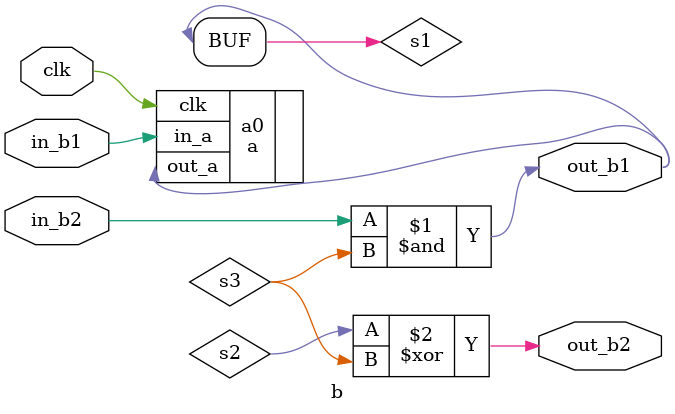
<source format=v>
`include "defines.v"

module b(in_b1,
         in_b2,
         out_b1,
         out_b2,
         clk);
// Location of source csl unit: file name = 2.csl line number = 10
  input in_b1;
  input in_b2;
  input clk;
  output out_b1;
  output out_b2;
  wire s1;
  wire s2;
  wire s3;
  assign   s1 = in_b2 & s3;
  assign   out_b1 = s1;
  assign   out_b2 = s2 ^ s3;
  a a0(.clk(clk),
       .in_a(in_b1),
       .out_a(out_b1));
  `include "b.logic.v"
endmodule


</source>
